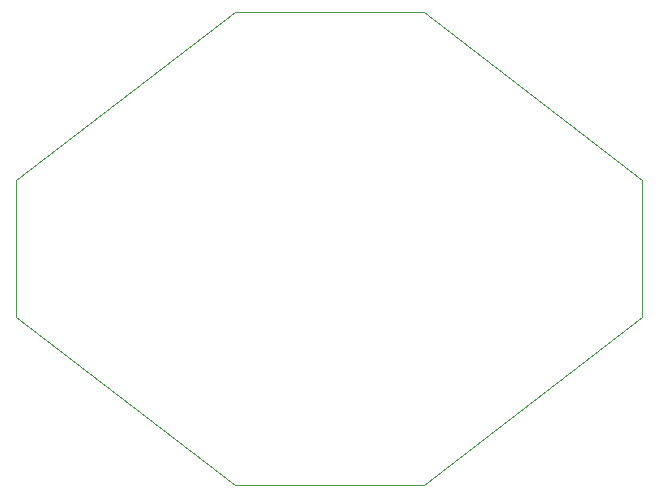
<source format=gm1>
%TF.GenerationSoftware,KiCad,Pcbnew,9.0.5*%
%TF.CreationDate,2025-12-11T12:43:02+01:00*%
%TF.ProjectId,MemShield,4d656d53-6869-4656-9c64-2e6b69636164,rev?*%
%TF.SameCoordinates,Original*%
%TF.FileFunction,Profile,NP*%
%FSLAX46Y46*%
G04 Gerber Fmt 4.6, Leading zero omitted, Abs format (unit mm)*
G04 Created by KiCad (PCBNEW 9.0.5) date 2025-12-11 12:43:02*
%MOMM*%
%LPD*%
G01*
G04 APERTURE LIST*
%TA.AperFunction,Profile*%
%ADD10C,0.100000*%
%TD*%
G04 APERTURE END LIST*
D10*
X153490100Y-87016820D02*
X171990100Y-101216820D01*
X118990100Y-112816820D02*
X118990100Y-101216820D01*
X137490100Y-127016820D02*
X118990100Y-112816820D01*
X118990100Y-101216820D02*
X137490100Y-87016820D01*
X153490100Y-87016820D02*
X137490100Y-87016820D01*
X153490100Y-127016820D02*
X171990100Y-112816820D01*
X171990100Y-101216820D02*
X171990100Y-112816820D01*
X153490100Y-127016820D02*
X137490100Y-127016820D01*
M02*

</source>
